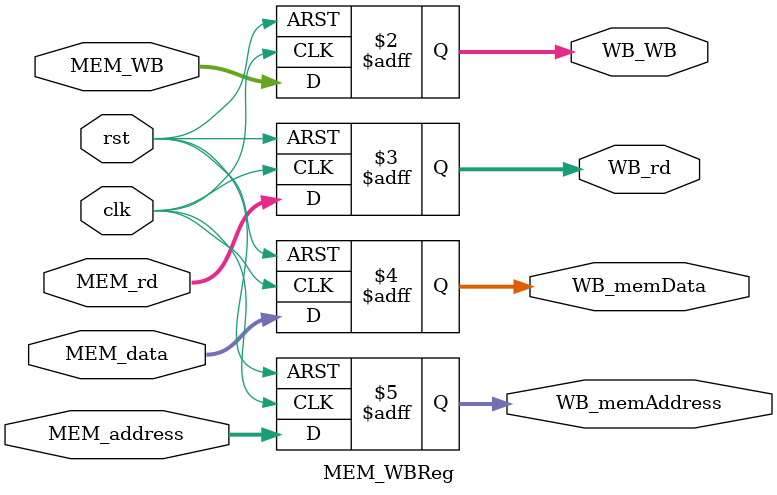
<source format=v>
`timescale 1ps/1ps
module MEM_WBReg(
       clk,
       rst,
       MEM_WB,
       MEM_rd,
       MEM_data,
       MEM_address,
       WB_WB,
       WB_rd,
       WB_memData,
       WB_memAddress
       );
    
    input clk, 
          rst;
    input [1:0] MEM_WB;
    input [4:0] MEM_rd;    
    input [31:0] MEM_data;
    input [31:0] MEM_address;

    output reg [1:0] WB_WB;
    output reg [4:0] WB_rd;
    output reg [31:0] WB_memData;
    output reg [31:0] WB_memAddress;

    always @(posedge clk, posedge rst) begin
        if (rst) begin
            WB_WB <= 2'b0;
            WB_rd <= 5'b0;
            WB_memData    <= 32'b0;
            WB_memAddress <= 32'b0;
        end
        else begin
            WB_WB <= MEM_WB;
            WB_rd <= MEM_rd;
            WB_memData    <= MEM_data;
            WB_memAddress <= MEM_address;
        end
    end 
endmodule
</source>
